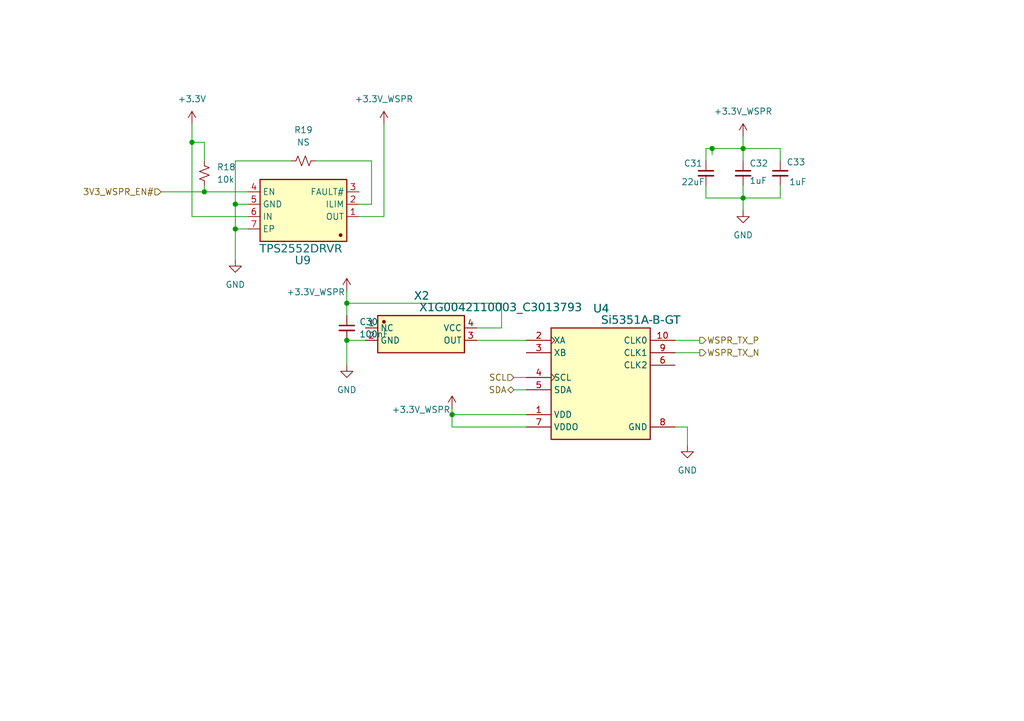
<source format=kicad_sch>
(kicad_sch (version 20250114) (generator "eeschema") (generator_version "9.0")
  (paper "A5")
  (lib_symbols
    (symbol "Device:C_Small" (pin_numbers (hide yes)) (pin_names (offset 0.254) (hide yes))
      (property "Reference" "C" (at 0.254 1.778 0))
      (property "Value" "C_Small" (at 0.254 -2.032 0))
      (symbol "C_Small_0_1"
        (polyline (pts (xy -1.524 0.508) (xy 1.524 0.508)) (stroke (width 0.3048)))
        (polyline (pts (xy -1.524 -0.508) (xy 1.524 -0.508)) (stroke (width 0.3302)))
      )
      (symbol "C_Small_1_1"
        (pin passive line (at 0 2.54 270) (length 2.032) (name "~") (number "1"))
        (pin passive line (at 0 -2.54 90) (length 2.032) (name "~") (number "2"))
      )
    )
    (symbol "Device:R_Small_US" (pin_numbers (hide yes)) (pin_names (offset 0.254) (hide yes))
      (property "Reference" "R" (at 0.762 0.508 0))
      (property "Value" "R_Small_US" (at 0.762 -1.016 0))
      (symbol "R_Small_US_1_1"
        (polyline (pts (xy 0 1.524) (xy 1.016 1.143) (xy 0 0.762) (xy -1.016 0.381) (xy 0 0)))
        (polyline (pts (xy 0 0) (xy 1.016 -0.381) (xy 0 -0.762) (xy -1.016 -1.143) (xy 0 -1.524)))
        (pin passive line (at 0 2.54 270) (length 1.016) (name "~") (number "1"))
        (pin passive line (at 0 -2.54 90) (length 1.016) (name "~") (number "2"))
      )
    )
    (symbol "Si5351A-B-GT"
      (property "Reference" "U2" (at -1.4986 16.2433 0))
      (property "Value" "Si5351A-B-GT" (at -1.4986 13.9573 0))
      (symbol "Si5351A-B-GT_0_0"
        (polyline (pts (xy -10.16 8.128) (xy -9.398 8.89) (xy -10.16 9.652)))
        (polyline (pts (xy -10.16 0.508) (xy -9.398 1.27) (xy -10.16 2.032)))
        (pin unspecified line (at -15.24 8.89 0) (length 5.08) (name "XA") (number "2"))
        (pin unspecified line (at -15.24 6.35 0) (length 5.08) (name "XB") (number "3"))
        (pin unspecified line (at -15.24 1.27 0) (length 5.08) (name "SCL") (number "4"))
        (pin bidirectional line (at -15.24 -1.27 0) (length 5.08) (name "SDA") (number "5"))
        (pin passive line (at -15.24 -6.35 0) (length 5.08) (name "VDD") (number "1"))
        (pin passive line (at -15.24 -8.89 0) (length 5.08) (name "VDDO") (number "7"))
        (pin unspecified line (at 15.24 8.89 180) (length 5.08) (name "CLK0") (number "10"))
        (pin unspecified line (at 15.24 6.35 180) (length 5.08) (name "CLK1") (number "9"))
        (pin unspecified line (at 15.24 3.81 180) (length 5.08) (name "CLK2") (number "6"))
        (pin passive line (at 15.24 -8.89 180) (length 5.08) (name "GND") (number "8"))
      )
      (symbol "Si5351A-B-GT_1_0"
        (rectangle (start -10.16 11.43) (end 10.16 -11.43) (stroke (width 0.254)) (fill (type background)))
      )
    )
    (symbol "TPS2552DRVR"
      (property "Reference" "U8" (at -1.4986 11.2395 0))
      (property "Value" "TPS2552DRVR" (at -8.382 8.89 0))
      (symbol "TPS2552DRVR_0_0"
        (circle (center -7.62 5.08) (radius 0.254) (stroke (width 0.254)) (fill (type outline)))
        (pin unspecified line (at -11.43 1.27 0) (length 2.54) (name "OUT") (number "1"))
        (pin unspecified line (at -11.43 -1.27 0) (length 2.54) (name "ILIM") (number "2"))
        (pin unspecified line (at -11.43 -3.81 0) (length 2.54) (name "FAULT#") (number "3"))
        (pin unspecified line (at 11.43 3.81 180) (length 2.54) (name "EP") (number "7"))
        (pin unspecified line (at 11.43 1.27 180) (length 2.54) (name "IN") (number "6"))
        (pin unspecified line (at 11.43 -1.27 180) (length 2.54) (name "GND") (number "5"))
        (pin unspecified line (at 11.43 -3.81 180) (length 2.54) (name "EN") (number "4"))
      )
      (symbol "TPS2552DRVR_1_0"
        (rectangle (start -8.89 6.35) (end 8.89 -6.35) (stroke (width 0.254)) (fill (type background)))
      )
    )
    (symbol "X1G0042110003_C3013793"
      (property "Reference" "X1" (at -2.7178 9.9695 0))
      (property "Value" "X1G0042110003_C3013793" (at -2.7178 7.6581 0))
      (symbol "X1G0042110003_C3013793_0_0"
        (circle (center -8.89 3.81) (radius 0.254) (stroke (width 0.254)) (fill (type outline)))
        (pin unspecified line (at -12.7 2.54 0) (length 2.54) (name "NC") (number "1"))
        (pin unspecified line (at -12.7 0 0) (length 2.54) (name "GND") (number "2"))
        (pin unspecified line (at 10.16 2.54 180) (length 2.54) (name "VCC") (number "4"))
        (pin unspecified line (at 10.16 0 180) (length 2.54) (name "OUT") (number "3"))
      )
      (symbol "X1G0042110003_C3013793_1_0"
        (rectangle (start -10.16 5.08) (end 7.62 -2.54) (stroke (width 0.254)) (fill (type background)))
      )
    )
    (symbol "power:+3.3V" (power) (pin_numbers (hide yes)) (pin_names (offset 0) (hide yes))
      (property "Value" "+3.3V" (at 0 3.556 0))
      (symbol "+3.3V_0_1"
        (polyline (pts (xy -0.762 1.27) (xy 0 2.54)))
        (polyline (pts (xy 0 2.54) (xy 0.762 1.27)))
        (polyline (pts (xy 0 0) (xy 0 2.54)))
      )
      (symbol "+3.3V_1_1"
        (pin power_in line (at 0 0 90) (length 0) (name "~") (number "1"))
      )
    )
    (symbol "power:GND" (power) (pin_numbers (hide yes)) (pin_names (offset 0) (hide yes))
      (property "Value" "GND" (at 0 -3.81 0))
      (symbol "GND_0_1"
        (polyline (pts (xy 0 0) (xy 0 -1.27) (xy 1.27 -1.27) (xy 0 -2.54) (xy -1.27 -1.27) (xy 0 -1.27)))
      )
      (symbol "GND_1_1"
        (pin power_in line (at 0 0 270) (length 0) (name "~") (number "1"))
      )
    )
  )
  (junction (at 39.37 29.21))
  (junction (at 41.91 39.37))
  (junction (at 152.4 40.64))
  (junction (at 92.71 85.09))
  (junction (at 71.12 62.23))
  (junction (at 152.4 30.48))
  (junction (at 48.26 46.99))
  (junction (at 71.12 69.85))
  (junction (at 146.05 30.48))
  (junction (at 48.26 41.91))
  (wire (pts (xy 71.12 62.23) (xy 102.87 62.23)))
  (wire (pts (xy 138.43 87.63) (xy 140.97 87.63)))
  (wire (pts (xy 64.77 33.02) (xy 76.2 33.02)))
  (wire (pts (xy 152.4 38.1) (xy 152.4 40.64)))
  (wire (pts (xy 105.41 77.47) (xy 107.95 77.47)))
  (wire (pts (xy 138.43 69.85) (xy 143.51 69.85)))
  (wire (pts (xy 152.4 27.94) (xy 152.4 30.48)))
  (wire (pts (xy 39.37 25.4) (xy 39.37 29.21)))
  (wire (pts (xy 152.4 40.64) (xy 152.4 43.18)))
  (wire (pts (xy 140.97 87.63) (xy 140.97 91.44)))
  (wire (pts (xy 78.74 44.45) (xy 78.74 25.4)))
  (wire (pts (xy 48.26 41.91) (xy 50.8 41.91)))
  (wire (pts (xy 39.37 29.21) (xy 39.37 44.45)))
  (wire (pts (xy 92.71 85.09) (xy 107.95 85.09)))
  (wire (pts (xy 144.78 30.48) (xy 146.05 30.48)))
  (wire (pts (xy 48.26 46.99) (xy 48.26 41.91)))
  (wire (pts (xy 160.02 40.64) (xy 160.02 38.1)))
  (wire (pts (xy 71.12 69.85) (xy 71.12 74.93)))
  (wire (pts (xy 107.95 87.63) (xy 92.71 87.63)))
  (wire (pts (xy 48.26 46.99) (xy 48.26 53.34)))
  (wire (pts (xy 76.2 41.91) (xy 76.2 33.02)))
  (wire (pts (xy 92.71 83.82) (xy 92.71 85.09)))
  (wire (pts (xy 152.4 30.48) (xy 160.02 30.48)))
  (wire (pts (xy 59.69 33.02) (xy 48.26 33.02)))
  (wire (pts (xy 138.43 72.39) (xy 143.51 72.39)))
  (wire (pts (xy 41.91 38.1) (xy 41.91 39.37)))
  (wire (pts (xy 33.02 39.37) (xy 41.91 39.37)))
  (wire (pts (xy 48.26 33.02) (xy 48.26 41.91)))
  (wire (pts (xy 152.4 40.64) (xy 160.02 40.64)))
  (wire (pts (xy 152.4 40.64) (xy 144.78 40.64)))
  (wire (pts (xy 160.02 30.48) (xy 160.02 33.02)))
  (wire (pts (xy 50.8 46.99) (xy 48.26 46.99)))
  (wire (pts (xy 71.12 59.69) (xy 71.12 62.23)))
  (wire (pts (xy 152.4 30.48) (xy 152.4 33.02)))
  (wire (pts (xy 71.12 64.77) (xy 71.12 62.23)))
  (wire (pts (xy 144.78 40.64) (xy 144.78 38.1)))
  (wire (pts (xy 41.91 29.21) (xy 39.37 29.21)))
  (wire (pts (xy 73.66 41.91) (xy 76.2 41.91)))
  (wire (pts (xy 50.8 44.45) (xy 39.37 44.45)))
  (wire (pts (xy 92.71 87.63) (xy 92.71 85.09)))
  (wire (pts (xy 146.05 30.48) (xy 152.4 30.48)))
  (wire (pts (xy 73.66 44.45) (xy 78.74 44.45)))
  (wire (pts (xy 144.78 30.48) (xy 144.78 33.02)))
  (wire (pts (xy 97.79 69.85) (xy 107.95 69.85)))
  (wire (pts (xy 102.87 62.23) (xy 102.87 67.31)))
  (wire (pts (xy 41.91 33.02) (xy 41.91 29.21)))
  (wire (pts (xy 146.05 30.48) (xy 146.05 31.75)))
  (wire (pts (xy 97.79 67.31) (xy 102.87 67.31)))
  (wire (pts (xy 105.41 80.01) (xy 107.95 80.01)))
  (wire (pts (xy 41.91 39.37) (xy 50.8 39.37)))
  (wire (pts (xy 74.93 69.85) (xy 71.12 69.85)))
  (hierarchical_label "SDA" (shape bidirectional) (at 105.41 80.01 180))
  (hierarchical_label "WSPR_TX_P" (shape output) (at 143.51 69.85 0))
  (hierarchical_label "3V3_WSPR_EN#" (shape input) (at 33.02 39.37 180))
  (hierarchical_label "WSPR_TX_N" (shape output) (at 143.51 72.39 0))
  (hierarchical_label "SCL" (shape input) (at 105.41 77.47 180))
  (symbol (lib_id "Device:R_Small_US") (at 62.23 33.02 270) (unit 1) (in_bom no)
    (property "Reference" "R19" (at 62.23 26.67 90))
    (property "Value" "NS" (at 62.23 29.21 90))
    (property "Footprint" "Resistor_SMD:R_0402_1005Metric" (effects (hide yes)))
    (property "Description" "Resistor, small US symbol" (effects (hide yes)))
  )
  (symbol (lib_id "Device:C_Small") (at 160.02 35.56 0) (unit 1)
    (property "Reference" "C33" (at 161.29 33.274 0) (effects (justify left)))
    (property "Value" "1uF" (at 161.798 37.338 0) (effects (justify left)))
    (property "Footprint" "Capacitor_SMD:C_0402_1005Metric" (effects (hide yes)))
    (property "Description" "Unpolarized capacitor, small symbol" (effects (hide yes)))
  )
  (symbol (lib_id "Device:C_Small") (at 152.4 35.56 0) (unit 1)
    (property "Reference" "C32" (at 153.67 33.528 0) (effects (justify left)))
    (property "Value" "1uF" (at 153.67 37.084 0) (effects (justify left)))
    (property "Footprint" "Capacitor_SMD:C_0402_1005Metric" (effects (hide yes)))
    (property "Description" "Unpolarized capacitor, small symbol" (effects (hide yes)))
  )
  (symbol (lib_id "power:+3.3V") (at 92.71 83.82 0) (unit 1)
    (property "Reference" "#PWR043" (effects (hide yes)))
    (property "Value" "+3.3V_WSPR" (at 86.36 84.074 0))
    (property "Description" "Power symbol creates a global label with name \"+3.3V\"" (effects (hide yes)))
  )
  (symbol (lib_id "power:+3.3V") (at 78.74 25.4 0) (unit 1)
    (property "Reference" "#PWR066" (effects (hide yes)))
    (property "Value" "+3.3V_WSPR" (at 78.74 20.32 0))
    (property "Description" "Power symbol creates a global label with name \"+3.3V\"" (effects (hide yes)))
  )
  (symbol (lib_id "power:GND") (at 71.12 74.93 0) (unit 1)
    (property "Reference" "#PWR09" (effects (hide yes)))
    (property "Value" "GND" (at 71.12 80.01 0))
    (property "Description" "Power symbol creates a global label with name \"GND\" , ground" (effects (hide yes)))
  )
  (symbol (lib_id "Device:C_Small") (at 144.78 35.56 0) (unit 1)
    (property "Reference" "C31" (at 140.208 33.528 0) (effects (justify left)))
    (property "Value" "22uF" (at 139.7 37.338 0) (effects (justify left)))
    (property "Footprint" "Capacitor_SMD:C_0402_1005Metric" (effects (hide yes)))
    (property "Description" "Unpolarized capacitor, small symbol" (effects (hide yes)))
  )
  (symbol (lib_id "TPS2552DRVR") (at 62.23 43.18 180) (unit 1)
    (property "Reference" "U9" (at 63.7286 54.4195 0) (effects (font (size 1.6891 1.6891)) (justify left top)))
    (property "Value" "TPS2552DRVR" (at 70.612 52.07 0) (effects (font (size 1.6891 1.6891)) (justify left top)))
    (property "Footprint" "JetBoard:WSON-6_L2.0-W2.0-P0.65-TL-EP" (effects (hide yes)))
    (property "Manufacturer Part" "TPS2552DRVR" (effects (hide yes)))
    (property "Manufacturer" "TI(德州仪器)" (effects (hide yes)))
    (property "Supplier Part" "C473916" (effects (hide yes)))
    (property "Supplier" "LCSC" (effects (hide yes)))
  )
  (symbol (lib_id "power:GND") (at 48.26 53.34 0) (unit 1)
    (property "Reference" "#PWR042" (effects (hide yes)))
    (property "Value" "GND" (at 48.26 58.42 0))
    (property "Description" "Power symbol creates a global label with name \"GND\" , ground" (effects (hide yes)))
  )
  (symbol (lib_id "power:+3.3V") (at 152.4 27.94 0) (unit 1)
    (property "Reference" "#PWR068" (effects (hide yes)))
    (property "Value" "+3.3V_WSPR" (at 152.4 22.86 0))
    (property "Description" "Power symbol creates a global label with name \"+3.3V\"" (effects (hide yes)))
  )
  (symbol (lib_id "Device:C_Small") (at 71.12 67.31 0) (unit 1)
    (property "Reference" "C30" (at 73.66 66.0462 0) (effects (justify left)))
    (property "Value" "100nF" (at 73.66 68.5862 0) (effects (justify left)))
    (property "Footprint" "Capacitor_SMD:C_0402_1005Metric" (effects (hide yes)))
    (property "Description" "Unpolarized capacitor, small symbol" (effects (hide yes)))
  )
  (symbol (lib_id "power:GND") (at 140.97 91.44 0) (unit 1)
    (property "Reference" "#PWR067" (effects (hide yes)))
    (property "Value" "GND" (at 140.97 96.52 0))
    (property "Description" "Power symbol creates a global label with name \"GND\" , ground" (effects (hide yes)))
  )
  (symbol (lib_id "X1G0042110003_C3013793") (at 87.63 69.85 0) (unit 1)
    (property "Reference" "X2" (at 84.9122 59.8805 0) (effects (font (size 1.6891 1.6891)) (justify left top)))
    (property "Value" "X1G0042110003_C3013793" (at 84.9122 62.1919 0) (effects (font (size 1.6891 1.6891)) (justify left top)))
    (property "Footprint" "JetBoard:OSC-SMD_4P-L2.5-W2.0-BL_X1G0042110003" (effects (hide yes)))
    (property "Manufacturer Part" "X1G0042110003" (effects (hide yes)))
    (property "Manufacturer" "EPSON(爱普生)" (effects (hide yes)))
    (property "Supplier Part" "C3013793" (effects (hide yes)))
    (property "Supplier" "LCSC" (effects (hide yes)))
  )
  (symbol (lib_id "power:+3.3V") (at 71.12 59.69 0) (unit 1)
    (property "Reference" "#PWR08" (effects (hide yes)))
    (property "Value" "+3.3V_WSPR" (at 64.77 59.944 0))
    (property "Description" "Power symbol creates a global label with name \"+3.3V\"" (effects (hide yes)))
  )
  (symbol (lib_id "Device:R_Small_US") (at 41.91 35.56 0) (unit 1)
    (property "Reference" "R18" (at 44.45 34.2899 0) (effects (justify left)))
    (property "Value" "10k" (at 44.45 36.8299 0) (effects (justify left)))
    (property "Footprint" "Resistor_SMD:R_0402_1005Metric" (effects (hide yes)))
    (property "Description" "Resistor, small US symbol" (effects (hide yes)))
  )
  (symbol (lib_id "power:GND") (at 152.4 43.18 0) (unit 1)
    (property "Reference" "#PWR065" (effects (hide yes)))
    (property "Value" "GND" (at 152.4 48.26 0))
    (property "Description" "Power symbol creates a global label with name \"GND\" , ground" (effects (hide yes)))
  )
  (symbol (lib_id "power:+3.3V") (at 39.37 25.4 0) (unit 1)
    (property "Reference" "#PWR041" (effects (hide yes)))
    (property "Value" "+3.3V" (at 39.37 20.32 0))
    (property "Description" "Power symbol creates a global label with name \"+3.3V\"" (effects (hide yes)))
  )
  (symbol (lib_id "Si5351A-B-GT") (at 123.19 78.74 0) (unit 1)
    (property "Reference" "U4" (at 121.6914 62.4967 0) (effects (font (size 1.6891 1.6891)) (justify left top)))
    (property "Value" "Si5351A-B-GT" (at 121.6914 64.7827 0) (effects (font (size 1.6891 1.6891)) (justify left top)))
    (property "Footprint" "JetBoard:SOIC-8_L5.3-W5.3-P1.27-LS8.0-BL" (effects (hide yes)))
    (property "Manufacturer Part" "SI5351A-B-GTR" (effects (hide yes)))
    (property "Manufacturer" "SKYWORKS/SILICON LABS(芯科)" (effects (hide yes)))
    (property "Supplier Part" "C504891" (effects (hide yes)))
    (property "Supplier" "LCSC" (effects (hide yes)))
  )
)
</source>
